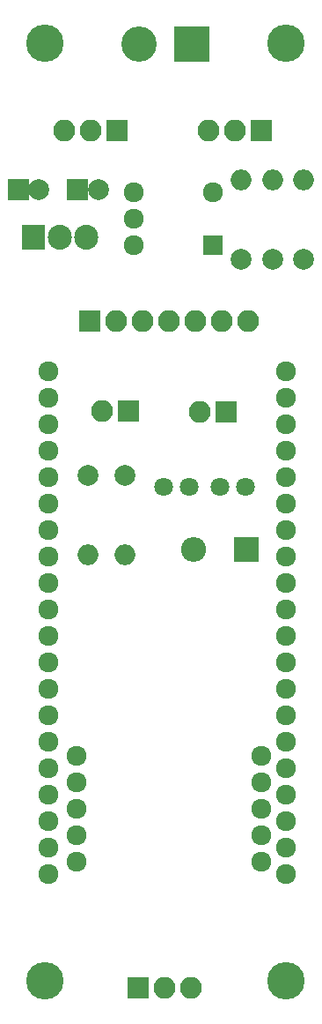
<source format=gbs>
G04 #@! TF.GenerationSoftware,KiCad,Pcbnew,(5.0.0)*
G04 #@! TF.CreationDate,2019-09-04T21:02:57+09:00*
G04 #@! TF.ProjectId,syateki_gun_main,73796174656B695F67756E5F6D61696E,rev?*
G04 #@! TF.SameCoordinates,Original*
G04 #@! TF.FileFunction,Soldermask,Bot*
G04 #@! TF.FilePolarity,Negative*
%FSLAX46Y46*%
G04 Gerber Fmt 4.6, Leading zero omitted, Abs format (unit mm)*
G04 Created by KiCad (PCBNEW (5.0.0)) date 09/04/19 21:02:57*
%MOMM*%
%LPD*%
G01*
G04 APERTURE LIST*
%ADD10C,1.924000*%
%ADD11C,3.600000*%
%ADD12C,2.000000*%
%ADD13O,2.000000X2.000000*%
%ADD14R,2.000000X2.000000*%
%ADD15C,1.800000*%
%ADD16R,2.400000X2.400000*%
%ADD17O,2.400000X2.400000*%
%ADD18R,3.400000X3.400000*%
%ADD19C,3.400000*%
%ADD20R,2.100000X2.100000*%
%ADD21O,2.100000X2.100000*%
%ADD22R,2.305000X2.400000*%
%ADD23O,2.305000X2.400000*%
%ADD24R,1.924000X1.924000*%
G04 APERTURE END LIST*
D10*
G04 #@! TO.C,U3*
X52790000Y-127030000D03*
X52790000Y-124490000D03*
X52790000Y-121950000D03*
X52790000Y-119410000D03*
X52790000Y-116870000D03*
X35010000Y-116870000D03*
X35010000Y-119410000D03*
X35010000Y-121950000D03*
X35010000Y-124490000D03*
X35010000Y-127030000D03*
G04 #@! TD*
G04 #@! TO.C,U2*
X55180000Y-79970000D03*
X55180000Y-82510000D03*
X55180000Y-85050000D03*
X55180000Y-87590000D03*
X55180000Y-90130000D03*
X55180000Y-92670000D03*
X55180000Y-95210000D03*
X55180000Y-97750000D03*
X55180000Y-100290000D03*
X55180000Y-102830000D03*
X55180000Y-105370000D03*
X55180000Y-107910000D03*
X55180000Y-110450000D03*
X55180000Y-112990000D03*
X55180000Y-115530000D03*
X55180000Y-118070000D03*
X55180000Y-120610000D03*
X55180000Y-123150000D03*
X55180000Y-125690000D03*
X55180000Y-128230000D03*
X32320000Y-79970000D03*
X32320000Y-82510000D03*
X32320000Y-85050000D03*
X32320000Y-87590000D03*
X32320000Y-90130000D03*
X32320000Y-92670000D03*
X32320000Y-95210000D03*
X32320000Y-97750000D03*
X32320000Y-100290000D03*
X32320000Y-102830000D03*
X32320000Y-105370000D03*
X32320000Y-107910000D03*
X32320000Y-110450000D03*
X32320000Y-112990000D03*
X32320000Y-115530000D03*
X32320000Y-118070000D03*
X32320000Y-120610000D03*
X32320000Y-123150000D03*
X32320000Y-125690000D03*
X32320000Y-128230000D03*
G04 #@! TD*
D11*
G04 #@! TO.C,hole4*
X55200000Y-138500000D03*
G04 #@! TD*
G04 #@! TO.C,hole3*
X32000000Y-138500000D03*
G04 #@! TD*
G04 #@! TO.C,hole2*
X55200000Y-48500000D03*
G04 #@! TD*
D12*
G04 #@! TO.C,R1*
X39700000Y-90000000D03*
D13*
X39700000Y-97620000D03*
G04 #@! TD*
D12*
G04 #@! TO.C,C1*
X31400000Y-62550000D03*
D14*
X29400000Y-62550000D03*
G04 #@! TD*
D15*
G04 #@! TO.C,C2*
X48800000Y-91100000D03*
X51300000Y-91100000D03*
G04 #@! TD*
G04 #@! TO.C,C3*
X45900000Y-91050000D03*
X43400000Y-91050000D03*
G04 #@! TD*
D14*
G04 #@! TO.C,C4*
X35150000Y-62550000D03*
D12*
X37150000Y-62550000D03*
G04 #@! TD*
D16*
G04 #@! TO.C,D1*
X51350000Y-97100000D03*
D17*
X46270000Y-97100000D03*
G04 #@! TD*
D18*
G04 #@! TO.C,J1*
X46100000Y-48550000D03*
D19*
X41020000Y-48550000D03*
G04 #@! TD*
D20*
G04 #@! TO.C,J2*
X38900000Y-56850000D03*
D21*
X36360000Y-56850000D03*
X33820000Y-56850000D03*
G04 #@! TD*
D20*
G04 #@! TO.C,J3*
X52850000Y-56850000D03*
D21*
X50310000Y-56850000D03*
X47770000Y-56850000D03*
G04 #@! TD*
D20*
G04 #@! TO.C,J4*
X49400000Y-83850000D03*
D21*
X46860000Y-83850000D03*
G04 #@! TD*
D22*
G04 #@! TO.C,U1*
X30900000Y-67150000D03*
D23*
X33440000Y-67150000D03*
X35980000Y-67150000D03*
G04 #@! TD*
D20*
G04 #@! TO.C,SW1*
X40950000Y-139150000D03*
D21*
X43490000Y-139150000D03*
X46030000Y-139150000D03*
G04 #@! TD*
D20*
G04 #@! TO.C,J5*
X40000000Y-83800000D03*
D21*
X37460000Y-83800000D03*
G04 #@! TD*
D13*
G04 #@! TO.C,R4*
X50900000Y-61630000D03*
D12*
X50900000Y-69250000D03*
G04 #@! TD*
G04 #@! TO.C,R5*
X53900000Y-69250000D03*
D13*
X53900000Y-61630000D03*
G04 #@! TD*
D12*
G04 #@! TO.C,R6*
X56900000Y-69250000D03*
D13*
X56900000Y-61630000D03*
G04 #@! TD*
G04 #@! TO.C,R7*
X36100000Y-97620000D03*
D12*
X36100000Y-90000000D03*
G04 #@! TD*
D10*
G04 #@! TO.C,SW2*
X48190000Y-62810000D03*
D24*
X48190000Y-67890000D03*
D10*
X40570000Y-62810000D03*
X40570000Y-67890000D03*
X40570000Y-65350000D03*
G04 #@! TD*
D20*
G04 #@! TO.C,J6*
X36300000Y-75150000D03*
D21*
X38840000Y-75150000D03*
X41380000Y-75150000D03*
X43920000Y-75150000D03*
X46460000Y-75150000D03*
X49000000Y-75150000D03*
X51540000Y-75150000D03*
G04 #@! TD*
D11*
G04 #@! TO.C,hole1*
X32000000Y-48500000D03*
G04 #@! TD*
M02*

</source>
